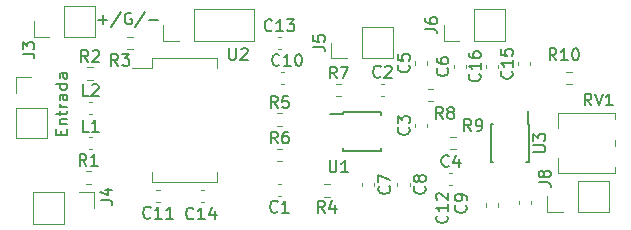
<source format=gbr>
%TF.GenerationSoftware,KiCad,Pcbnew,(6.0.2)*%
%TF.CreationDate,2022-05-27T23:56:07+02:00*%
%TF.ProjectId,EEC_v0,4545435f-7630-42e6-9b69-6361645f7063,rev?*%
%TF.SameCoordinates,Original*%
%TF.FileFunction,Legend,Top*%
%TF.FilePolarity,Positive*%
%FSLAX46Y46*%
G04 Gerber Fmt 4.6, Leading zero omitted, Abs format (unit mm)*
G04 Created by KiCad (PCBNEW (6.0.2)) date 2022-05-27 23:56:07*
%MOMM*%
%LPD*%
G01*
G04 APERTURE LIST*
%ADD10C,0.150000*%
%ADD11C,0.120000*%
G04 APERTURE END LIST*
D10*
%TO.C,C14*%
X95716562Y-120857142D02*
X95668943Y-120904761D01*
X95526086Y-120952380D01*
X95430848Y-120952380D01*
X95287991Y-120904761D01*
X95192753Y-120809523D01*
X95145134Y-120714285D01*
X95097515Y-120523809D01*
X95097515Y-120380952D01*
X95145134Y-120190476D01*
X95192753Y-120095238D01*
X95287991Y-120000000D01*
X95430848Y-119952380D01*
X95526086Y-119952380D01*
X95668943Y-120000000D01*
X95716562Y-120047619D01*
X96668943Y-120952380D02*
X96097515Y-120952380D01*
X96383229Y-120952380D02*
X96383229Y-119952380D01*
X96287991Y-120095238D01*
X96192753Y-120190476D01*
X96097515Y-120238095D01*
X97526086Y-120285714D02*
X97526086Y-120952380D01*
X97287991Y-119904761D02*
X97049896Y-120619047D01*
X97668943Y-120619047D01*
%TO.C,C12*%
X117157142Y-120642857D02*
X117204761Y-120690476D01*
X117252380Y-120833333D01*
X117252380Y-120928571D01*
X117204761Y-121071428D01*
X117109523Y-121166666D01*
X117014285Y-121214285D01*
X116823809Y-121261904D01*
X116680952Y-121261904D01*
X116490476Y-121214285D01*
X116395238Y-121166666D01*
X116300000Y-121071428D01*
X116252380Y-120928571D01*
X116252380Y-120833333D01*
X116300000Y-120690476D01*
X116347619Y-120642857D01*
X117252380Y-119690476D02*
X117252380Y-120261904D01*
X117252380Y-119976190D02*
X116252380Y-119976190D01*
X116395238Y-120071428D01*
X116490476Y-120166666D01*
X116538095Y-120261904D01*
X116347619Y-119309523D02*
X116300000Y-119261904D01*
X116252380Y-119166666D01*
X116252380Y-118928571D01*
X116300000Y-118833333D01*
X116347619Y-118785714D01*
X116442857Y-118738095D01*
X116538095Y-118738095D01*
X116680952Y-118785714D01*
X117252380Y-119357142D01*
X117252380Y-118738095D01*
%TO.C,C4*%
X117333333Y-116427142D02*
X117285714Y-116474761D01*
X117142857Y-116522380D01*
X117047619Y-116522380D01*
X116904761Y-116474761D01*
X116809523Y-116379523D01*
X116761904Y-116284285D01*
X116714285Y-116093809D01*
X116714285Y-115950952D01*
X116761904Y-115760476D01*
X116809523Y-115665238D01*
X116904761Y-115570000D01*
X117047619Y-115522380D01*
X117142857Y-115522380D01*
X117285714Y-115570000D01*
X117333333Y-115617619D01*
X118190476Y-115855714D02*
X118190476Y-116522380D01*
X117952380Y-115474761D02*
X117714285Y-116189047D01*
X118333333Y-116189047D01*
%TO.C,C6*%
X117202142Y-108166666D02*
X117249761Y-108214285D01*
X117297380Y-108357142D01*
X117297380Y-108452380D01*
X117249761Y-108595238D01*
X117154523Y-108690476D01*
X117059285Y-108738095D01*
X116868809Y-108785714D01*
X116725952Y-108785714D01*
X116535476Y-108738095D01*
X116440238Y-108690476D01*
X116345000Y-108595238D01*
X116297380Y-108452380D01*
X116297380Y-108357142D01*
X116345000Y-108214285D01*
X116392619Y-108166666D01*
X116297380Y-107309523D02*
X116297380Y-107500000D01*
X116345000Y-107595238D01*
X116392619Y-107642857D01*
X116535476Y-107738095D01*
X116725952Y-107785714D01*
X117106904Y-107785714D01*
X117202142Y-107738095D01*
X117249761Y-107690476D01*
X117297380Y-107595238D01*
X117297380Y-107404761D01*
X117249761Y-107309523D01*
X117202142Y-107261904D01*
X117106904Y-107214285D01*
X116868809Y-107214285D01*
X116773571Y-107261904D01*
X116725952Y-107309523D01*
X116678333Y-107404761D01*
X116678333Y-107595238D01*
X116725952Y-107690476D01*
X116773571Y-107738095D01*
X116868809Y-107785714D01*
%TO.C,R9*%
X119233333Y-113452380D02*
X118900000Y-112976190D01*
X118661904Y-113452380D02*
X118661904Y-112452380D01*
X119042857Y-112452380D01*
X119138095Y-112500000D01*
X119185714Y-112547619D01*
X119233333Y-112642857D01*
X119233333Y-112785714D01*
X119185714Y-112880952D01*
X119138095Y-112928571D01*
X119042857Y-112976190D01*
X118661904Y-112976190D01*
X119709523Y-113452380D02*
X119900000Y-113452380D01*
X119995238Y-113404761D01*
X120042857Y-113357142D01*
X120138095Y-113214285D01*
X120185714Y-113023809D01*
X120185714Y-112642857D01*
X120138095Y-112547619D01*
X120090476Y-112500000D01*
X119995238Y-112452380D01*
X119804761Y-112452380D01*
X119709523Y-112500000D01*
X119661904Y-112547619D01*
X119614285Y-112642857D01*
X119614285Y-112880952D01*
X119661904Y-112976190D01*
X119709523Y-113023809D01*
X119804761Y-113071428D01*
X119995238Y-113071428D01*
X120090476Y-113023809D01*
X120138095Y-112976190D01*
X120185714Y-112880952D01*
%TO.C,R8*%
X116833333Y-112452380D02*
X116500000Y-111976190D01*
X116261904Y-112452380D02*
X116261904Y-111452380D01*
X116642857Y-111452380D01*
X116738095Y-111500000D01*
X116785714Y-111547619D01*
X116833333Y-111642857D01*
X116833333Y-111785714D01*
X116785714Y-111880952D01*
X116738095Y-111928571D01*
X116642857Y-111976190D01*
X116261904Y-111976190D01*
X117404761Y-111880952D02*
X117309523Y-111833333D01*
X117261904Y-111785714D01*
X117214285Y-111690476D01*
X117214285Y-111642857D01*
X117261904Y-111547619D01*
X117309523Y-111500000D01*
X117404761Y-111452380D01*
X117595238Y-111452380D01*
X117690476Y-111500000D01*
X117738095Y-111547619D01*
X117785714Y-111642857D01*
X117785714Y-111690476D01*
X117738095Y-111785714D01*
X117690476Y-111833333D01*
X117595238Y-111880952D01*
X117404761Y-111880952D01*
X117309523Y-111928571D01*
X117261904Y-111976190D01*
X117214285Y-112071428D01*
X117214285Y-112261904D01*
X117261904Y-112357142D01*
X117309523Y-112404761D01*
X117404761Y-112452380D01*
X117595238Y-112452380D01*
X117690476Y-112404761D01*
X117738095Y-112357142D01*
X117785714Y-112261904D01*
X117785714Y-112071428D01*
X117738095Y-111976190D01*
X117690476Y-111928571D01*
X117595238Y-111880952D01*
%TO.C,R1*%
X86658333Y-116422380D02*
X86325000Y-115946190D01*
X86086904Y-116422380D02*
X86086904Y-115422380D01*
X86467857Y-115422380D01*
X86563095Y-115470000D01*
X86610714Y-115517619D01*
X86658333Y-115612857D01*
X86658333Y-115755714D01*
X86610714Y-115850952D01*
X86563095Y-115898571D01*
X86467857Y-115946190D01*
X86086904Y-115946190D01*
X87610714Y-116422380D02*
X87039285Y-116422380D01*
X87325000Y-116422380D02*
X87325000Y-115422380D01*
X87229761Y-115565238D01*
X87134523Y-115660476D01*
X87039285Y-115708095D01*
%TO.C,J3*%
X81252380Y-106933333D02*
X81966666Y-106933333D01*
X82109523Y-106980952D01*
X82204761Y-107076190D01*
X82252380Y-107219047D01*
X82252380Y-107314285D01*
X81252380Y-106552380D02*
X81252380Y-105933333D01*
X81633333Y-106266666D01*
X81633333Y-106123809D01*
X81680952Y-106028571D01*
X81728571Y-105980952D01*
X81823809Y-105933333D01*
X82061904Y-105933333D01*
X82157142Y-105980952D01*
X82204761Y-106028571D01*
X82252380Y-106123809D01*
X82252380Y-106409523D01*
X82204761Y-106504761D01*
X82157142Y-106552380D01*
%TO.C,C10*%
X102991562Y-107857142D02*
X102943943Y-107904761D01*
X102801086Y-107952380D01*
X102705848Y-107952380D01*
X102562991Y-107904761D01*
X102467753Y-107809523D01*
X102420134Y-107714285D01*
X102372515Y-107523809D01*
X102372515Y-107380952D01*
X102420134Y-107190476D01*
X102467753Y-107095238D01*
X102562991Y-107000000D01*
X102705848Y-106952380D01*
X102801086Y-106952380D01*
X102943943Y-107000000D01*
X102991562Y-107047619D01*
X103943943Y-107952380D02*
X103372515Y-107952380D01*
X103658229Y-107952380D02*
X103658229Y-106952380D01*
X103562991Y-107095238D01*
X103467753Y-107190476D01*
X103372515Y-107238095D01*
X104562991Y-106952380D02*
X104658229Y-106952380D01*
X104753467Y-107000000D01*
X104801086Y-107047619D01*
X104848705Y-107142857D01*
X104896324Y-107333333D01*
X104896324Y-107571428D01*
X104848705Y-107761904D01*
X104801086Y-107857142D01*
X104753467Y-107904761D01*
X104658229Y-107952380D01*
X104562991Y-107952380D01*
X104467753Y-107904761D01*
X104420134Y-107857142D01*
X104372515Y-107761904D01*
X104324896Y-107571428D01*
X104324896Y-107333333D01*
X104372515Y-107142857D01*
X104420134Y-107047619D01*
X104467753Y-107000000D01*
X104562991Y-106952380D01*
%TO.C,U2*%
X98738095Y-106452380D02*
X98738095Y-107261904D01*
X98785714Y-107357142D01*
X98833333Y-107404761D01*
X98928571Y-107452380D01*
X99119047Y-107452380D01*
X99214285Y-107404761D01*
X99261904Y-107357142D01*
X99309523Y-107261904D01*
X99309523Y-106452380D01*
X99738095Y-106547619D02*
X99785714Y-106500000D01*
X99880952Y-106452380D01*
X100119047Y-106452380D01*
X100214285Y-106500000D01*
X100261904Y-106547619D01*
X100309523Y-106642857D01*
X100309523Y-106738095D01*
X100261904Y-106880952D01*
X99690476Y-107452380D01*
X100309523Y-107452380D01*
%TO.C,C16*%
X119927142Y-108642857D02*
X119974761Y-108690476D01*
X120022380Y-108833333D01*
X120022380Y-108928571D01*
X119974761Y-109071428D01*
X119879523Y-109166666D01*
X119784285Y-109214285D01*
X119593809Y-109261904D01*
X119450952Y-109261904D01*
X119260476Y-109214285D01*
X119165238Y-109166666D01*
X119070000Y-109071428D01*
X119022380Y-108928571D01*
X119022380Y-108833333D01*
X119070000Y-108690476D01*
X119117619Y-108642857D01*
X120022380Y-107690476D02*
X120022380Y-108261904D01*
X120022380Y-107976190D02*
X119022380Y-107976190D01*
X119165238Y-108071428D01*
X119260476Y-108166666D01*
X119308095Y-108261904D01*
X119022380Y-106833333D02*
X119022380Y-107023809D01*
X119070000Y-107119047D01*
X119117619Y-107166666D01*
X119260476Y-107261904D01*
X119450952Y-107309523D01*
X119831904Y-107309523D01*
X119927142Y-107261904D01*
X119974761Y-107214285D01*
X120022380Y-107119047D01*
X120022380Y-106928571D01*
X119974761Y-106833333D01*
X119927142Y-106785714D01*
X119831904Y-106738095D01*
X119593809Y-106738095D01*
X119498571Y-106785714D01*
X119450952Y-106833333D01*
X119403333Y-106928571D01*
X119403333Y-107119047D01*
X119450952Y-107214285D01*
X119498571Y-107261904D01*
X119593809Y-107309523D01*
%TO.C,R6*%
X102833333Y-114522380D02*
X102500000Y-114046190D01*
X102261904Y-114522380D02*
X102261904Y-113522380D01*
X102642857Y-113522380D01*
X102738095Y-113570000D01*
X102785714Y-113617619D01*
X102833333Y-113712857D01*
X102833333Y-113855714D01*
X102785714Y-113950952D01*
X102738095Y-113998571D01*
X102642857Y-114046190D01*
X102261904Y-114046190D01*
X103690476Y-113522380D02*
X103500000Y-113522380D01*
X103404761Y-113570000D01*
X103357142Y-113617619D01*
X103261904Y-113760476D01*
X103214285Y-113950952D01*
X103214285Y-114331904D01*
X103261904Y-114427142D01*
X103309523Y-114474761D01*
X103404761Y-114522380D01*
X103595238Y-114522380D01*
X103690476Y-114474761D01*
X103738095Y-114427142D01*
X103785714Y-114331904D01*
X103785714Y-114093809D01*
X103738095Y-113998571D01*
X103690476Y-113950952D01*
X103595238Y-113903333D01*
X103404761Y-113903333D01*
X103309523Y-113950952D01*
X103261904Y-113998571D01*
X103214285Y-114093809D01*
%TO.C,R5*%
X102833333Y-111522380D02*
X102500000Y-111046190D01*
X102261904Y-111522380D02*
X102261904Y-110522380D01*
X102642857Y-110522380D01*
X102738095Y-110570000D01*
X102785714Y-110617619D01*
X102833333Y-110712857D01*
X102833333Y-110855714D01*
X102785714Y-110950952D01*
X102738095Y-110998571D01*
X102642857Y-111046190D01*
X102261904Y-111046190D01*
X103738095Y-110522380D02*
X103261904Y-110522380D01*
X103214285Y-110998571D01*
X103261904Y-110950952D01*
X103357142Y-110903333D01*
X103595238Y-110903333D01*
X103690476Y-110950952D01*
X103738095Y-110998571D01*
X103785714Y-111093809D01*
X103785714Y-111331904D01*
X103738095Y-111427142D01*
X103690476Y-111474761D01*
X103595238Y-111522380D01*
X103357142Y-111522380D01*
X103261904Y-111474761D01*
X103214285Y-111427142D01*
%TO.C,C13*%
X102357142Y-104927142D02*
X102309523Y-104974761D01*
X102166666Y-105022380D01*
X102071428Y-105022380D01*
X101928571Y-104974761D01*
X101833333Y-104879523D01*
X101785714Y-104784285D01*
X101738095Y-104593809D01*
X101738095Y-104450952D01*
X101785714Y-104260476D01*
X101833333Y-104165238D01*
X101928571Y-104070000D01*
X102071428Y-104022380D01*
X102166666Y-104022380D01*
X102309523Y-104070000D01*
X102357142Y-104117619D01*
X103309523Y-105022380D02*
X102738095Y-105022380D01*
X103023809Y-105022380D02*
X103023809Y-104022380D01*
X102928571Y-104165238D01*
X102833333Y-104260476D01*
X102738095Y-104308095D01*
X103642857Y-104022380D02*
X104261904Y-104022380D01*
X103928571Y-104403333D01*
X104071428Y-104403333D01*
X104166666Y-104450952D01*
X104214285Y-104498571D01*
X104261904Y-104593809D01*
X104261904Y-104831904D01*
X104214285Y-104927142D01*
X104166666Y-104974761D01*
X104071428Y-105022380D01*
X103785714Y-105022380D01*
X103690476Y-104974761D01*
X103642857Y-104927142D01*
%TO.C,Entrada*%
X84528571Y-113819047D02*
X84528571Y-113485714D01*
X85052380Y-113342857D02*
X85052380Y-113819047D01*
X84052380Y-113819047D01*
X84052380Y-113342857D01*
X84385714Y-112914285D02*
X85052380Y-112914285D01*
X84480952Y-112914285D02*
X84433333Y-112866666D01*
X84385714Y-112771428D01*
X84385714Y-112628571D01*
X84433333Y-112533333D01*
X84528571Y-112485714D01*
X85052380Y-112485714D01*
X84385714Y-112152380D02*
X84385714Y-111771428D01*
X84052380Y-112009523D02*
X84909523Y-112009523D01*
X85004761Y-111961904D01*
X85052380Y-111866666D01*
X85052380Y-111771428D01*
X85052380Y-111438095D02*
X84385714Y-111438095D01*
X84576190Y-111438095D02*
X84480952Y-111390476D01*
X84433333Y-111342857D01*
X84385714Y-111247619D01*
X84385714Y-111152380D01*
X85052380Y-110390476D02*
X84528571Y-110390476D01*
X84433333Y-110438095D01*
X84385714Y-110533333D01*
X84385714Y-110723809D01*
X84433333Y-110819047D01*
X85004761Y-110390476D02*
X85052380Y-110485714D01*
X85052380Y-110723809D01*
X85004761Y-110819047D01*
X84909523Y-110866666D01*
X84814285Y-110866666D01*
X84719047Y-110819047D01*
X84671428Y-110723809D01*
X84671428Y-110485714D01*
X84623809Y-110390476D01*
X85052380Y-109485714D02*
X84052380Y-109485714D01*
X85004761Y-109485714D02*
X85052380Y-109580952D01*
X85052380Y-109771428D01*
X85004761Y-109866666D01*
X84957142Y-109914285D01*
X84861904Y-109961904D01*
X84576190Y-109961904D01*
X84480952Y-109914285D01*
X84433333Y-109866666D01*
X84385714Y-109771428D01*
X84385714Y-109580952D01*
X84433333Y-109485714D01*
X85052380Y-108580952D02*
X84528571Y-108580952D01*
X84433333Y-108628571D01*
X84385714Y-108723809D01*
X84385714Y-108914285D01*
X84433333Y-109009523D01*
X85004761Y-108580952D02*
X85052380Y-108676190D01*
X85052380Y-108914285D01*
X85004761Y-109009523D01*
X84909523Y-109057142D01*
X84814285Y-109057142D01*
X84719047Y-109009523D01*
X84671428Y-108914285D01*
X84671428Y-108676190D01*
X84623809Y-108580952D01*
%TO.C,C15*%
X122652142Y-108417857D02*
X122699761Y-108465476D01*
X122747380Y-108608333D01*
X122747380Y-108703571D01*
X122699761Y-108846428D01*
X122604523Y-108941666D01*
X122509285Y-108989285D01*
X122318809Y-109036904D01*
X122175952Y-109036904D01*
X121985476Y-108989285D01*
X121890238Y-108941666D01*
X121795000Y-108846428D01*
X121747380Y-108703571D01*
X121747380Y-108608333D01*
X121795000Y-108465476D01*
X121842619Y-108417857D01*
X122747380Y-107465476D02*
X122747380Y-108036904D01*
X122747380Y-107751190D02*
X121747380Y-107751190D01*
X121890238Y-107846428D01*
X121985476Y-107941666D01*
X122033095Y-108036904D01*
X121747380Y-106560714D02*
X121747380Y-107036904D01*
X122223571Y-107084523D01*
X122175952Y-107036904D01*
X122128333Y-106941666D01*
X122128333Y-106703571D01*
X122175952Y-106608333D01*
X122223571Y-106560714D01*
X122318809Y-106513095D01*
X122556904Y-106513095D01*
X122652142Y-106560714D01*
X122699761Y-106608333D01*
X122747380Y-106703571D01*
X122747380Y-106941666D01*
X122699761Y-107036904D01*
X122652142Y-107084523D01*
%TO.C,J5*%
X105847380Y-106333333D02*
X106561666Y-106333333D01*
X106704523Y-106380952D01*
X106799761Y-106476190D01*
X106847380Y-106619047D01*
X106847380Y-106714285D01*
X105847380Y-105380952D02*
X105847380Y-105857142D01*
X106323571Y-105904761D01*
X106275952Y-105857142D01*
X106228333Y-105761904D01*
X106228333Y-105523809D01*
X106275952Y-105428571D01*
X106323571Y-105380952D01*
X106418809Y-105333333D01*
X106656904Y-105333333D01*
X106752142Y-105380952D01*
X106799761Y-105428571D01*
X106847380Y-105523809D01*
X106847380Y-105761904D01*
X106799761Y-105857142D01*
X106752142Y-105904761D01*
%TO.C,C2*%
X111558333Y-108857142D02*
X111510714Y-108904761D01*
X111367857Y-108952380D01*
X111272619Y-108952380D01*
X111129761Y-108904761D01*
X111034523Y-108809523D01*
X110986904Y-108714285D01*
X110939285Y-108523809D01*
X110939285Y-108380952D01*
X110986904Y-108190476D01*
X111034523Y-108095238D01*
X111129761Y-108000000D01*
X111272619Y-107952380D01*
X111367857Y-107952380D01*
X111510714Y-108000000D01*
X111558333Y-108047619D01*
X111939285Y-108047619D02*
X111986904Y-108000000D01*
X112082142Y-107952380D01*
X112320238Y-107952380D01*
X112415476Y-108000000D01*
X112463095Y-108047619D01*
X112510714Y-108142857D01*
X112510714Y-108238095D01*
X112463095Y-108380952D01*
X111891666Y-108952380D01*
X112510714Y-108952380D01*
%TO.C,R3*%
X89333333Y-107952380D02*
X89000000Y-107476190D01*
X88761904Y-107952380D02*
X88761904Y-106952380D01*
X89142857Y-106952380D01*
X89238095Y-107000000D01*
X89285714Y-107047619D01*
X89333333Y-107142857D01*
X89333333Y-107285714D01*
X89285714Y-107380952D01*
X89238095Y-107428571D01*
X89142857Y-107476190D01*
X88761904Y-107476190D01*
X89666666Y-106952380D02*
X90285714Y-106952380D01*
X89952380Y-107333333D01*
X90095238Y-107333333D01*
X90190476Y-107380952D01*
X90238095Y-107428571D01*
X90285714Y-107523809D01*
X90285714Y-107761904D01*
X90238095Y-107857142D01*
X90190476Y-107904761D01*
X90095238Y-107952380D01*
X89809523Y-107952380D01*
X89714285Y-107904761D01*
X89666666Y-107857142D01*
%TO.C,R7*%
X107833333Y-109022380D02*
X107500000Y-108546190D01*
X107261904Y-109022380D02*
X107261904Y-108022380D01*
X107642857Y-108022380D01*
X107738095Y-108070000D01*
X107785714Y-108117619D01*
X107833333Y-108212857D01*
X107833333Y-108355714D01*
X107785714Y-108450952D01*
X107738095Y-108498571D01*
X107642857Y-108546190D01*
X107261904Y-108546190D01*
X108166666Y-108022380D02*
X108833333Y-108022380D01*
X108404761Y-109022380D01*
%TO.C,R2*%
X86808333Y-107622380D02*
X86475000Y-107146190D01*
X86236904Y-107622380D02*
X86236904Y-106622380D01*
X86617857Y-106622380D01*
X86713095Y-106670000D01*
X86760714Y-106717619D01*
X86808333Y-106812857D01*
X86808333Y-106955714D01*
X86760714Y-107050952D01*
X86713095Y-107098571D01*
X86617857Y-107146190D01*
X86236904Y-107146190D01*
X87189285Y-106717619D02*
X87236904Y-106670000D01*
X87332142Y-106622380D01*
X87570238Y-106622380D01*
X87665476Y-106670000D01*
X87713095Y-106717619D01*
X87760714Y-106812857D01*
X87760714Y-106908095D01*
X87713095Y-107050952D01*
X87141666Y-107622380D01*
X87760714Y-107622380D01*
%TO.C,+/G/-*%
X87652380Y-104071428D02*
X88414285Y-104071428D01*
X88033333Y-104452380D02*
X88033333Y-103690476D01*
X89604761Y-103404761D02*
X88747619Y-104690476D01*
X90461904Y-103500000D02*
X90366666Y-103452380D01*
X90223809Y-103452380D01*
X90080952Y-103500000D01*
X89985714Y-103595238D01*
X89938095Y-103690476D01*
X89890476Y-103880952D01*
X89890476Y-104023809D01*
X89938095Y-104214285D01*
X89985714Y-104309523D01*
X90080952Y-104404761D01*
X90223809Y-104452380D01*
X90319047Y-104452380D01*
X90461904Y-104404761D01*
X90509523Y-104357142D01*
X90509523Y-104023809D01*
X90319047Y-104023809D01*
X91652380Y-103404761D02*
X90795238Y-104690476D01*
X91985714Y-104071428D02*
X92747619Y-104071428D01*
%TO.C,C3*%
X113927142Y-113166666D02*
X113974761Y-113214285D01*
X114022380Y-113357142D01*
X114022380Y-113452380D01*
X113974761Y-113595238D01*
X113879523Y-113690476D01*
X113784285Y-113738095D01*
X113593809Y-113785714D01*
X113450952Y-113785714D01*
X113260476Y-113738095D01*
X113165238Y-113690476D01*
X113070000Y-113595238D01*
X113022380Y-113452380D01*
X113022380Y-113357142D01*
X113070000Y-113214285D01*
X113117619Y-113166666D01*
X113022380Y-112833333D02*
X113022380Y-112214285D01*
X113403333Y-112547619D01*
X113403333Y-112404761D01*
X113450952Y-112309523D01*
X113498571Y-112261904D01*
X113593809Y-112214285D01*
X113831904Y-112214285D01*
X113927142Y-112261904D01*
X113974761Y-112309523D01*
X114022380Y-112404761D01*
X114022380Y-112690476D01*
X113974761Y-112785714D01*
X113927142Y-112833333D01*
%TO.C,RV1*%
X129404761Y-111302380D02*
X129071428Y-110826190D01*
X128833333Y-111302380D02*
X128833333Y-110302380D01*
X129214285Y-110302380D01*
X129309523Y-110350000D01*
X129357142Y-110397619D01*
X129404761Y-110492857D01*
X129404761Y-110635714D01*
X129357142Y-110730952D01*
X129309523Y-110778571D01*
X129214285Y-110826190D01*
X128833333Y-110826190D01*
X129690476Y-110302380D02*
X130023809Y-111302380D01*
X130357142Y-110302380D01*
X131214285Y-111302380D02*
X130642857Y-111302380D01*
X130928571Y-111302380D02*
X130928571Y-110302380D01*
X130833333Y-110445238D01*
X130738095Y-110540476D01*
X130642857Y-110588095D01*
%TO.C,R4*%
X106833333Y-120382380D02*
X106500000Y-119906190D01*
X106261904Y-120382380D02*
X106261904Y-119382380D01*
X106642857Y-119382380D01*
X106738095Y-119430000D01*
X106785714Y-119477619D01*
X106833333Y-119572857D01*
X106833333Y-119715714D01*
X106785714Y-119810952D01*
X106738095Y-119858571D01*
X106642857Y-119906190D01*
X106261904Y-119906190D01*
X107690476Y-119715714D02*
X107690476Y-120382380D01*
X107452380Y-119334761D02*
X107214285Y-120049047D01*
X107833333Y-120049047D01*
%TO.C,C9*%
X118757142Y-119766666D02*
X118804761Y-119814285D01*
X118852380Y-119957142D01*
X118852380Y-120052380D01*
X118804761Y-120195238D01*
X118709523Y-120290476D01*
X118614285Y-120338095D01*
X118423809Y-120385714D01*
X118280952Y-120385714D01*
X118090476Y-120338095D01*
X117995238Y-120290476D01*
X117900000Y-120195238D01*
X117852380Y-120052380D01*
X117852380Y-119957142D01*
X117900000Y-119814285D01*
X117947619Y-119766666D01*
X118852380Y-119290476D02*
X118852380Y-119100000D01*
X118804761Y-119004761D01*
X118757142Y-118957142D01*
X118614285Y-118861904D01*
X118423809Y-118814285D01*
X118042857Y-118814285D01*
X117947619Y-118861904D01*
X117900000Y-118909523D01*
X117852380Y-119004761D01*
X117852380Y-119195238D01*
X117900000Y-119290476D01*
X117947619Y-119338095D01*
X118042857Y-119385714D01*
X118280952Y-119385714D01*
X118376190Y-119338095D01*
X118423809Y-119290476D01*
X118471428Y-119195238D01*
X118471428Y-119004761D01*
X118423809Y-118909523D01*
X118376190Y-118861904D01*
X118280952Y-118814285D01*
%TO.C,J4*%
X87852380Y-119333333D02*
X88566666Y-119333333D01*
X88709523Y-119380952D01*
X88804761Y-119476190D01*
X88852380Y-119619047D01*
X88852380Y-119714285D01*
X88185714Y-118428571D02*
X88852380Y-118428571D01*
X87804761Y-118666666D02*
X88519047Y-118904761D01*
X88519047Y-118285714D01*
%TO.C,J8*%
X124952380Y-117833333D02*
X125666666Y-117833333D01*
X125809523Y-117880952D01*
X125904761Y-117976190D01*
X125952380Y-118119047D01*
X125952380Y-118214285D01*
X125380952Y-117214285D02*
X125333333Y-117309523D01*
X125285714Y-117357142D01*
X125190476Y-117404761D01*
X125142857Y-117404761D01*
X125047619Y-117357142D01*
X125000000Y-117309523D01*
X124952380Y-117214285D01*
X124952380Y-117023809D01*
X125000000Y-116928571D01*
X125047619Y-116880952D01*
X125142857Y-116833333D01*
X125190476Y-116833333D01*
X125285714Y-116880952D01*
X125333333Y-116928571D01*
X125380952Y-117023809D01*
X125380952Y-117214285D01*
X125428571Y-117309523D01*
X125476190Y-117357142D01*
X125571428Y-117404761D01*
X125761904Y-117404761D01*
X125857142Y-117357142D01*
X125904761Y-117309523D01*
X125952380Y-117214285D01*
X125952380Y-117023809D01*
X125904761Y-116928571D01*
X125857142Y-116880952D01*
X125761904Y-116833333D01*
X125571428Y-116833333D01*
X125476190Y-116880952D01*
X125428571Y-116928571D01*
X125380952Y-117023809D01*
%TO.C,R10*%
X126447142Y-107472380D02*
X126113809Y-106996190D01*
X125875714Y-107472380D02*
X125875714Y-106472380D01*
X126256666Y-106472380D01*
X126351904Y-106520000D01*
X126399523Y-106567619D01*
X126447142Y-106662857D01*
X126447142Y-106805714D01*
X126399523Y-106900952D01*
X126351904Y-106948571D01*
X126256666Y-106996190D01*
X125875714Y-106996190D01*
X127399523Y-107472380D02*
X126828095Y-107472380D01*
X127113809Y-107472380D02*
X127113809Y-106472380D01*
X127018571Y-106615238D01*
X126923333Y-106710476D01*
X126828095Y-106758095D01*
X128018571Y-106472380D02*
X128113809Y-106472380D01*
X128209047Y-106520000D01*
X128256666Y-106567619D01*
X128304285Y-106662857D01*
X128351904Y-106853333D01*
X128351904Y-107091428D01*
X128304285Y-107281904D01*
X128256666Y-107377142D01*
X128209047Y-107424761D01*
X128113809Y-107472380D01*
X128018571Y-107472380D01*
X127923333Y-107424761D01*
X127875714Y-107377142D01*
X127828095Y-107281904D01*
X127780476Y-107091428D01*
X127780476Y-106853333D01*
X127828095Y-106662857D01*
X127875714Y-106567619D01*
X127923333Y-106520000D01*
X128018571Y-106472380D01*
%TO.C,C1*%
X102833333Y-120287142D02*
X102785714Y-120334761D01*
X102642857Y-120382380D01*
X102547619Y-120382380D01*
X102404761Y-120334761D01*
X102309523Y-120239523D01*
X102261904Y-120144285D01*
X102214285Y-119953809D01*
X102214285Y-119810952D01*
X102261904Y-119620476D01*
X102309523Y-119525238D01*
X102404761Y-119430000D01*
X102547619Y-119382380D01*
X102642857Y-119382380D01*
X102785714Y-119430000D01*
X102833333Y-119477619D01*
X103785714Y-120382380D02*
X103214285Y-120382380D01*
X103500000Y-120382380D02*
X103500000Y-119382380D01*
X103404761Y-119525238D01*
X103309523Y-119620476D01*
X103214285Y-119668095D01*
%TO.C,U1*%
X107238095Y-115952380D02*
X107238095Y-116761904D01*
X107285714Y-116857142D01*
X107333333Y-116904761D01*
X107428571Y-116952380D01*
X107619047Y-116952380D01*
X107714285Y-116904761D01*
X107761904Y-116857142D01*
X107809523Y-116761904D01*
X107809523Y-115952380D01*
X108809523Y-116952380D02*
X108238095Y-116952380D01*
X108523809Y-116952380D02*
X108523809Y-115952380D01*
X108428571Y-116095238D01*
X108333333Y-116190476D01*
X108238095Y-116238095D01*
%TO.C,L2*%
X86833333Y-110522380D02*
X86357142Y-110522380D01*
X86357142Y-109522380D01*
X87119047Y-109617619D02*
X87166666Y-109570000D01*
X87261904Y-109522380D01*
X87500000Y-109522380D01*
X87595238Y-109570000D01*
X87642857Y-109617619D01*
X87690476Y-109712857D01*
X87690476Y-109808095D01*
X87642857Y-109950952D01*
X87071428Y-110522380D01*
X87690476Y-110522380D01*
%TO.C,C11*%
X92082142Y-120787142D02*
X92034523Y-120834761D01*
X91891666Y-120882380D01*
X91796428Y-120882380D01*
X91653571Y-120834761D01*
X91558333Y-120739523D01*
X91510714Y-120644285D01*
X91463095Y-120453809D01*
X91463095Y-120310952D01*
X91510714Y-120120476D01*
X91558333Y-120025238D01*
X91653571Y-119930000D01*
X91796428Y-119882380D01*
X91891666Y-119882380D01*
X92034523Y-119930000D01*
X92082142Y-119977619D01*
X93034523Y-120882380D02*
X92463095Y-120882380D01*
X92748809Y-120882380D02*
X92748809Y-119882380D01*
X92653571Y-120025238D01*
X92558333Y-120120476D01*
X92463095Y-120168095D01*
X93986904Y-120882380D02*
X93415476Y-120882380D01*
X93701190Y-120882380D02*
X93701190Y-119882380D01*
X93605952Y-120025238D01*
X93510714Y-120120476D01*
X93415476Y-120168095D01*
%TO.C,J6*%
X115347380Y-104833333D02*
X116061666Y-104833333D01*
X116204523Y-104880952D01*
X116299761Y-104976190D01*
X116347380Y-105119047D01*
X116347380Y-105214285D01*
X115347380Y-103928571D02*
X115347380Y-104119047D01*
X115395000Y-104214285D01*
X115442619Y-104261904D01*
X115585476Y-104357142D01*
X115775952Y-104404761D01*
X116156904Y-104404761D01*
X116252142Y-104357142D01*
X116299761Y-104309523D01*
X116347380Y-104214285D01*
X116347380Y-104023809D01*
X116299761Y-103928571D01*
X116252142Y-103880952D01*
X116156904Y-103833333D01*
X115918809Y-103833333D01*
X115823571Y-103880952D01*
X115775952Y-103928571D01*
X115728333Y-104023809D01*
X115728333Y-104214285D01*
X115775952Y-104309523D01*
X115823571Y-104357142D01*
X115918809Y-104404761D01*
%TO.C,C7*%
X112287142Y-118166666D02*
X112334761Y-118214285D01*
X112382380Y-118357142D01*
X112382380Y-118452380D01*
X112334761Y-118595238D01*
X112239523Y-118690476D01*
X112144285Y-118738095D01*
X111953809Y-118785714D01*
X111810952Y-118785714D01*
X111620476Y-118738095D01*
X111525238Y-118690476D01*
X111430000Y-118595238D01*
X111382380Y-118452380D01*
X111382380Y-118357142D01*
X111430000Y-118214285D01*
X111477619Y-118166666D01*
X111382380Y-117833333D02*
X111382380Y-117166666D01*
X112382380Y-117595238D01*
%TO.C,C5*%
X113927142Y-107891666D02*
X113974761Y-107939285D01*
X114022380Y-108082142D01*
X114022380Y-108177380D01*
X113974761Y-108320238D01*
X113879523Y-108415476D01*
X113784285Y-108463095D01*
X113593809Y-108510714D01*
X113450952Y-108510714D01*
X113260476Y-108463095D01*
X113165238Y-108415476D01*
X113070000Y-108320238D01*
X113022380Y-108177380D01*
X113022380Y-108082142D01*
X113070000Y-107939285D01*
X113117619Y-107891666D01*
X113022380Y-106986904D02*
X113022380Y-107463095D01*
X113498571Y-107510714D01*
X113450952Y-107463095D01*
X113403333Y-107367857D01*
X113403333Y-107129761D01*
X113450952Y-107034523D01*
X113498571Y-106986904D01*
X113593809Y-106939285D01*
X113831904Y-106939285D01*
X113927142Y-106986904D01*
X113974761Y-107034523D01*
X114022380Y-107129761D01*
X114022380Y-107367857D01*
X113974761Y-107463095D01*
X113927142Y-107510714D01*
%TO.C,U3*%
X124502380Y-115261904D02*
X125311904Y-115261904D01*
X125407142Y-115214285D01*
X125454761Y-115166666D01*
X125502380Y-115071428D01*
X125502380Y-114880952D01*
X125454761Y-114785714D01*
X125407142Y-114738095D01*
X125311904Y-114690476D01*
X124502380Y-114690476D01*
X124502380Y-114309523D02*
X124502380Y-113690476D01*
X124883333Y-114023809D01*
X124883333Y-113880952D01*
X124930952Y-113785714D01*
X124978571Y-113738095D01*
X125073809Y-113690476D01*
X125311904Y-113690476D01*
X125407142Y-113738095D01*
X125454761Y-113785714D01*
X125502380Y-113880952D01*
X125502380Y-114166666D01*
X125454761Y-114261904D01*
X125407142Y-114309523D01*
%TO.C,C8*%
X115287142Y-118166666D02*
X115334761Y-118214285D01*
X115382380Y-118357142D01*
X115382380Y-118452380D01*
X115334761Y-118595238D01*
X115239523Y-118690476D01*
X115144285Y-118738095D01*
X114953809Y-118785714D01*
X114810952Y-118785714D01*
X114620476Y-118738095D01*
X114525238Y-118690476D01*
X114430000Y-118595238D01*
X114382380Y-118452380D01*
X114382380Y-118357142D01*
X114430000Y-118214285D01*
X114477619Y-118166666D01*
X114810952Y-117595238D02*
X114763333Y-117690476D01*
X114715714Y-117738095D01*
X114620476Y-117785714D01*
X114572857Y-117785714D01*
X114477619Y-117738095D01*
X114430000Y-117690476D01*
X114382380Y-117595238D01*
X114382380Y-117404761D01*
X114430000Y-117309523D01*
X114477619Y-117261904D01*
X114572857Y-117214285D01*
X114620476Y-117214285D01*
X114715714Y-117261904D01*
X114763333Y-117309523D01*
X114810952Y-117404761D01*
X114810952Y-117595238D01*
X114858571Y-117690476D01*
X114906190Y-117738095D01*
X115001428Y-117785714D01*
X115191904Y-117785714D01*
X115287142Y-117738095D01*
X115334761Y-117690476D01*
X115382380Y-117595238D01*
X115382380Y-117404761D01*
X115334761Y-117309523D01*
X115287142Y-117261904D01*
X115191904Y-117214285D01*
X115001428Y-117214285D01*
X114906190Y-117261904D01*
X114858571Y-117309523D01*
X114810952Y-117404761D01*
%TO.C,L1*%
X86833333Y-113522380D02*
X86357142Y-113522380D01*
X86357142Y-112522380D01*
X87690476Y-113522380D02*
X87119047Y-113522380D01*
X87404761Y-113522380D02*
X87404761Y-112522380D01*
X87309523Y-112665238D01*
X87214285Y-112760476D01*
X87119047Y-112808095D01*
D11*
%TO.C,C14*%
X96359420Y-119510000D02*
X96640580Y-119510000D01*
X96359420Y-118490000D02*
X96640580Y-118490000D01*
%TO.C,C12*%
X121510000Y-119584420D02*
X121510000Y-119865580D01*
X120490000Y-119584420D02*
X120490000Y-119865580D01*
%TO.C,C4*%
X117359420Y-118010000D02*
X117640580Y-118010000D01*
X117359420Y-116990000D02*
X117640580Y-116990000D01*
%TO.C,C6*%
X118785000Y-108140580D02*
X118785000Y-107859420D01*
X117765000Y-108140580D02*
X117765000Y-107859420D01*
%TO.C,R9*%
X117912258Y-115022500D02*
X117437742Y-115022500D01*
X117912258Y-113977500D02*
X117437742Y-113977500D01*
%TO.C,R8*%
X115562742Y-110922500D02*
X116037258Y-110922500D01*
X115562742Y-109877500D02*
X116037258Y-109877500D01*
%TO.C,R1*%
X86587742Y-117922500D02*
X87062258Y-117922500D01*
X86587742Y-116877500D02*
X87062258Y-116877500D01*
%TO.C,J3*%
X84795000Y-102870000D02*
X87395000Y-102870000D01*
X87395000Y-105530000D02*
X87395000Y-102870000D01*
X83525000Y-105530000D02*
X82195000Y-105530000D01*
X82195000Y-105530000D02*
X82195000Y-104200000D01*
X84795000Y-105530000D02*
X87395000Y-105530000D01*
X84795000Y-105530000D02*
X84795000Y-102870000D01*
%TO.C,C10*%
X103134420Y-108490000D02*
X103415580Y-108490000D01*
X103134420Y-109510000D02*
X103415580Y-109510000D01*
%TO.C,U2*%
X92202500Y-108170000D02*
X90512500Y-108170000D01*
X94962500Y-117750000D02*
X97722500Y-117750000D01*
X94962500Y-107330000D02*
X97722500Y-107330000D01*
X92202500Y-117750000D02*
X92202500Y-116910000D01*
X97722500Y-107330000D02*
X97722500Y-108170000D01*
X97722500Y-117750000D02*
X97722500Y-116910000D01*
X94962500Y-117750000D02*
X92202500Y-117750000D01*
X92202500Y-107330000D02*
X92202500Y-108170000D01*
X94962500Y-107330000D02*
X92202500Y-107330000D01*
%TO.C,C16*%
X121510000Y-108140580D02*
X121510000Y-107859420D01*
X120490000Y-108140580D02*
X120490000Y-107859420D01*
%TO.C,R6*%
X102762742Y-114977500D02*
X103237258Y-114977500D01*
X102762742Y-116022500D02*
X103237258Y-116022500D01*
%TO.C,R5*%
X102762742Y-111977500D02*
X103237258Y-111977500D01*
X102762742Y-113022500D02*
X103237258Y-113022500D01*
%TO.C,C13*%
X102859420Y-106510000D02*
X103140580Y-106510000D01*
X102859420Y-105490000D02*
X103140580Y-105490000D01*
%TO.C,Entrada*%
X80670000Y-111495000D02*
X80670000Y-114095000D01*
X83330000Y-111495000D02*
X83330000Y-114095000D01*
X80670000Y-114095000D02*
X83330000Y-114095000D01*
X80670000Y-111495000D02*
X83330000Y-111495000D01*
X80670000Y-108895000D02*
X82000000Y-108895000D01*
X80670000Y-110225000D02*
X80670000Y-108895000D01*
%TO.C,C15*%
X123215000Y-107915580D02*
X123215000Y-107634420D01*
X124235000Y-107915580D02*
X124235000Y-107634420D01*
%TO.C,J5*%
X109995000Y-104670000D02*
X112595000Y-104670000D01*
X108725000Y-107330000D02*
X107395000Y-107330000D01*
X109995000Y-107330000D02*
X109995000Y-104670000D01*
X112595000Y-107330000D02*
X112595000Y-104670000D01*
X107395000Y-107330000D02*
X107395000Y-106000000D01*
X109995000Y-107330000D02*
X112595000Y-107330000D01*
%TO.C,C2*%
X111584420Y-110510000D02*
X111865580Y-110510000D01*
X111584420Y-109490000D02*
X111865580Y-109490000D01*
%TO.C,R3*%
X90562258Y-105477500D02*
X90087742Y-105477500D01*
X90562258Y-106522500D02*
X90087742Y-106522500D01*
%TO.C,R7*%
X107762742Y-109477500D02*
X108237258Y-109477500D01*
X107762742Y-110522500D02*
X108237258Y-110522500D01*
%TO.C,R2*%
X86737742Y-108077500D02*
X87212258Y-108077500D01*
X86737742Y-109122500D02*
X87212258Y-109122500D01*
%TO.C,+/G/-*%
X95745000Y-105830000D02*
X100885000Y-105830000D01*
X93145000Y-105830000D02*
X93145000Y-104500000D01*
X95745000Y-105830000D02*
X95745000Y-103170000D01*
X94475000Y-105830000D02*
X93145000Y-105830000D01*
X95745000Y-103170000D02*
X100885000Y-103170000D01*
X100885000Y-105830000D02*
X100885000Y-103170000D01*
%TO.C,C3*%
X114490000Y-113140580D02*
X114490000Y-112859420D01*
X115510000Y-113140580D02*
X115510000Y-112859420D01*
%TO.C,RV1*%
X126580000Y-115740000D02*
X126580000Y-117020000D01*
X126580000Y-112360000D02*
X126580000Y-112360000D01*
X131420000Y-114240000D02*
X131420000Y-114760000D01*
X131420000Y-116540000D02*
X131420000Y-117020000D01*
X126580000Y-111980000D02*
X126580000Y-113260000D01*
X126580000Y-112360000D02*
X126580000Y-113260000D01*
X126580000Y-117020000D02*
X131420000Y-117020000D01*
X126580000Y-112360000D02*
X126580000Y-113260000D01*
X126580000Y-111980000D02*
X131420000Y-111980000D01*
X131420000Y-111980000D02*
X131420000Y-112460000D01*
%TO.C,R4*%
X107237258Y-117977500D02*
X106762742Y-117977500D01*
X107237258Y-119022500D02*
X106762742Y-119022500D01*
%TO.C,C9*%
X124285000Y-119369420D02*
X124285000Y-119650580D01*
X123265000Y-119369420D02*
X123265000Y-119650580D01*
%TO.C,J4*%
X84730000Y-118670000D02*
X84730000Y-121330000D01*
X87330000Y-118670000D02*
X87330000Y-120000000D01*
X84730000Y-121330000D02*
X82130000Y-121330000D01*
X82130000Y-118670000D02*
X82130000Y-121330000D01*
X84730000Y-118670000D02*
X82130000Y-118670000D01*
X86000000Y-118670000D02*
X87330000Y-118670000D01*
%TO.C,J8*%
X130870000Y-120330000D02*
X130870000Y-117670000D01*
X128270000Y-117670000D02*
X130870000Y-117670000D01*
X125670000Y-120330000D02*
X125670000Y-119000000D01*
X128270000Y-120330000D02*
X130870000Y-120330000D01*
X127000000Y-120330000D02*
X125670000Y-120330000D01*
X128270000Y-120330000D02*
X128270000Y-117670000D01*
%TO.C,R10*%
X127262742Y-108477500D02*
X127737258Y-108477500D01*
X127262742Y-109522500D02*
X127737258Y-109522500D01*
%TO.C,C1*%
X103140580Y-119010000D02*
X102859420Y-119010000D01*
X103140580Y-117990000D02*
X102859420Y-117990000D01*
D10*
%TO.C,U1*%
X111625000Y-115125000D02*
X111625000Y-114900000D01*
X108375000Y-115125000D02*
X111625000Y-115125000D01*
X108375000Y-111875000D02*
X108375000Y-112000000D01*
X108375000Y-115125000D02*
X108375000Y-114900000D01*
X111625000Y-111875000D02*
X111625000Y-112100000D01*
X108375000Y-112000000D02*
X107300000Y-112000000D01*
X108375000Y-111875000D02*
X111625000Y-111875000D01*
D11*
%TO.C,L2*%
X86837221Y-112010000D02*
X87162779Y-112010000D01*
X86837221Y-110990000D02*
X87162779Y-110990000D01*
%TO.C,C11*%
X92865580Y-118490000D02*
X92584420Y-118490000D01*
X92865580Y-119510000D02*
X92584420Y-119510000D01*
%TO.C,J6*%
X119495000Y-105830000D02*
X122095000Y-105830000D01*
X119495000Y-105830000D02*
X119495000Y-103170000D01*
X118225000Y-105830000D02*
X116895000Y-105830000D01*
X122095000Y-105830000D02*
X122095000Y-103170000D01*
X116895000Y-105830000D02*
X116895000Y-104500000D01*
X119495000Y-103170000D02*
X122095000Y-103170000D01*
%TO.C,C7*%
X111010000Y-117859420D02*
X111010000Y-118140580D01*
X109990000Y-117859420D02*
X109990000Y-118140580D01*
%TO.C,C5*%
X115510000Y-107865580D02*
X115510000Y-107584420D01*
X114490000Y-107865580D02*
X114490000Y-107584420D01*
D10*
%TO.C,U3*%
X120875000Y-116125000D02*
X121100000Y-116125000D01*
X124125000Y-116125000D02*
X123900000Y-116125000D01*
X120875000Y-112875000D02*
X121100000Y-112875000D01*
X124000000Y-112875000D02*
X124000000Y-111800000D01*
X124125000Y-112875000D02*
X124000000Y-112875000D01*
X124125000Y-112875000D02*
X124125000Y-116125000D01*
X120875000Y-112875000D02*
X120875000Y-116125000D01*
D11*
%TO.C,C8*%
X112990000Y-117859420D02*
X112990000Y-118140580D01*
X114010000Y-117859420D02*
X114010000Y-118140580D01*
%TO.C,L1*%
X86837221Y-115010000D02*
X87162779Y-115010000D01*
X86837221Y-113990000D02*
X87162779Y-113990000D01*
%TD*%
M02*

</source>
